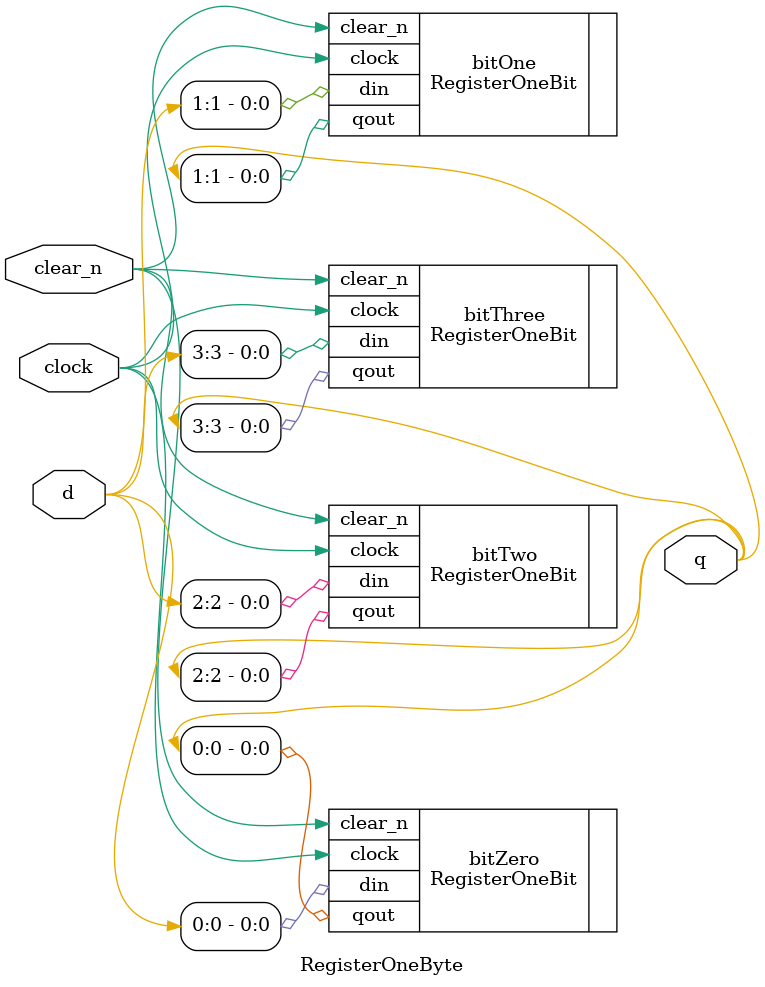
<source format=sv>
/* 
4 Bit Register 
*/

module RegisterOneByte (
	input logic clock, 
	input logic clear_n, // suffix _n usually indicates "active low' 
	input logic [3:0] d,
	output logic [3:0] q
);

/*
	NOTE: The clear function in this design is synchronous 
	meaning the counter will only be set to 0 on the rising edge of the clock
	*asynchronous* clear (called reset) would set the counter to 0 when 
	activated regardless of the clock signal
*/


	// Create four "OneBitRegister" instances 
	RegisterOneBit bitZero (.clock(clock), .clear_n(clear_n), .din(d[0]), .qout(q[0])); 
	RegisterOneBit bitOne (.clock(clock), .clear_n(clear_n), .din(d[1]), .qout(q[1]));
	RegisterOneBit bitTwo (.clock(clock), .clear_n(clear_n), .din(d[2]), .qout(q[2]));
	RegisterOneBit bitThree (.clock(clock), .clear_n(clear_n), .din(d[3]), .qout(q[3]));
	
endmodule 
</source>
